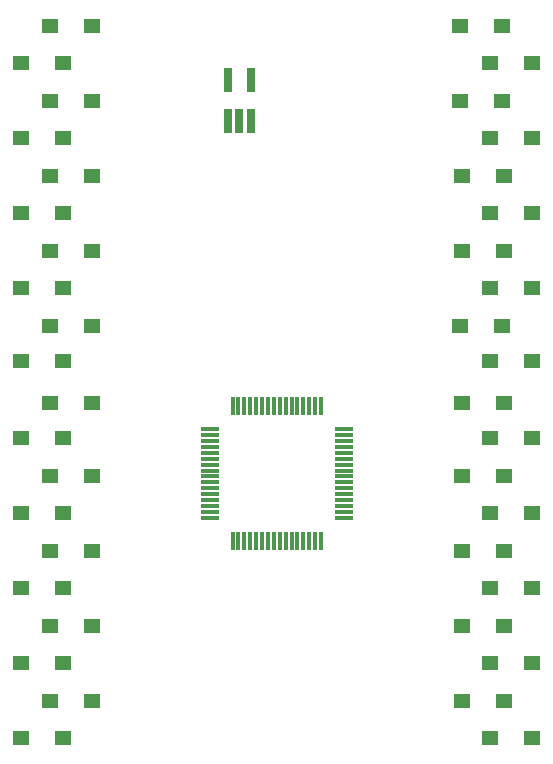
<source format=gbr>
%TF.GenerationSoftware,KiCad,Pcbnew,(7.0.0)*%
%TF.CreationDate,2024-04-29T17:21:40+02:00*%
%TF.ProjectId,LeSTMovoz revision,4c655354-4d6f-4766-9f7a-207265766973,rev?*%
%TF.SameCoordinates,Original*%
%TF.FileFunction,Paste,Top*%
%TF.FilePolarity,Positive*%
%FSLAX46Y46*%
G04 Gerber Fmt 4.6, Leading zero omitted, Abs format (unit mm)*
G04 Created by KiCad (PCBNEW (7.0.0)) date 2024-04-29 17:21:40*
%MOMM*%
%LPD*%
G01*
G04 APERTURE LIST*
G04 Aperture macros list*
%AMRoundRect*
0 Rectangle with rounded corners*
0 $1 Rounding radius*
0 $2 $3 $4 $5 $6 $7 $8 $9 X,Y pos of 4 corners*
0 Add a 4 corners polygon primitive as box body*
4,1,4,$2,$3,$4,$5,$6,$7,$8,$9,$2,$3,0*
0 Add four circle primitives for the rounded corners*
1,1,$1+$1,$2,$3*
1,1,$1+$1,$4,$5*
1,1,$1+$1,$6,$7*
1,1,$1+$1,$8,$9*
0 Add four rect primitives between the rounded corners*
20,1,$1+$1,$2,$3,$4,$5,0*
20,1,$1+$1,$4,$5,$6,$7,0*
20,1,$1+$1,$6,$7,$8,$9,0*
20,1,$1+$1,$8,$9,$2,$3,0*%
G04 Aperture macros list end*
%ADD10R,1.400000X1.300000*%
%ADD11R,0.650000X2.000000*%
%ADD12RoundRect,0.075000X0.075000X-0.700000X0.075000X0.700000X-0.075000X0.700000X-0.075000X-0.700000X0*%
%ADD13RoundRect,0.075000X0.700000X-0.075000X0.700000X0.075000X-0.700000X0.075000X-0.700000X-0.075000X0*%
G04 APERTURE END LIST*
D10*
%TO.C,D6*%
X160768749Y-31749999D03*
X164318749Y-31749999D03*
%TD*%
%TO.C,D4*%
X127187499Y-34924999D03*
X123637499Y-34924999D03*
%TD*%
%TO.C,D12*%
X129568749Y-50799999D03*
X126018749Y-50799999D03*
%TD*%
%TO.C,D3*%
X129568749Y-38099999D03*
X126018749Y-38099999D03*
%TD*%
%TO.C,D8*%
X160768749Y-38099999D03*
X164318749Y-38099999D03*
%TD*%
%TO.C,D16*%
X163324999Y-60124999D03*
X166874999Y-60124999D03*
%TD*%
%TO.C,D9*%
X163324999Y-41274999D03*
X166874999Y-41274999D03*
%TD*%
%TO.C,D24*%
X127187499Y-66674999D03*
X123637499Y-66674999D03*
%TD*%
%TO.C,D38*%
X163324999Y-85724999D03*
X166874999Y-85724999D03*
%TD*%
%TO.C,D29*%
X163324999Y-73024999D03*
X166874999Y-73024999D03*
%TD*%
%TO.C,D18*%
X163324999Y-53974999D03*
X166874999Y-53974999D03*
%TD*%
%TO.C,D7*%
X163324999Y-34924999D03*
X166874999Y-34924999D03*
%TD*%
%TO.C,D34*%
X129568749Y-88899999D03*
X126018749Y-88899999D03*
%TD*%
%TO.C,D20*%
X163324999Y-47624999D03*
X166874999Y-47624999D03*
%TD*%
%TO.C,D13*%
X127187499Y-53974999D03*
X123637499Y-53974999D03*
%TD*%
%TO.C,D15*%
X127187499Y-60124999D03*
X123637499Y-60124999D03*
%TD*%
%TO.C,D33*%
X127187499Y-85724999D03*
X123637499Y-85724999D03*
%TD*%
%TO.C,D10*%
X160943749Y-44449999D03*
X164493749Y-44449999D03*
%TD*%
%TO.C,D36*%
X163324999Y-92074999D03*
X166874999Y-92074999D03*
%TD*%
%TO.C,D19*%
X160943749Y-50799999D03*
X164493749Y-50799999D03*
%TD*%
%TO.C,D5*%
X129568749Y-31749999D03*
X126018749Y-31749999D03*
%TD*%
%TO.C,D23*%
X129568749Y-69849999D03*
X126018749Y-69849999D03*
%TD*%
%TO.C,D27*%
X163324999Y-66674999D03*
X166874999Y-66674999D03*
%TD*%
%TO.C,D2*%
X127187499Y-41274999D03*
X123637499Y-41274999D03*
%TD*%
%TO.C,D39*%
X160943749Y-82549999D03*
X164493749Y-82549999D03*
%TD*%
%TO.C,D17*%
X160768749Y-57149999D03*
X164318749Y-57149999D03*
%TD*%
%TO.C,D40*%
X163324999Y-79374999D03*
X166874999Y-79374999D03*
%TD*%
%TO.C,D1*%
X129568749Y-44449999D03*
X126018749Y-44449999D03*
%TD*%
%TO.C,D30*%
X160943749Y-76199999D03*
X164493749Y-76199999D03*
%TD*%
D11*
%TO.C,U3*%
X141131249Y-39809999D03*
X142081249Y-39809999D03*
X143031249Y-39809999D03*
X143031249Y-36389999D03*
X141131249Y-36389999D03*
%TD*%
D10*
%TO.C,D31*%
X127187499Y-79374999D03*
X123637499Y-79374999D03*
%TD*%
%TO.C,D28*%
X160943749Y-69849999D03*
X164493749Y-69849999D03*
%TD*%
%TO.C,D11*%
X127187499Y-47624999D03*
X123637499Y-47624999D03*
%TD*%
%TO.C,D37*%
X160943749Y-88899999D03*
X164493749Y-88899999D03*
%TD*%
%TO.C,D21*%
X129568749Y-76199999D03*
X126018749Y-76199999D03*
%TD*%
D12*
%TO.C,U1*%
X141506250Y-75343597D03*
X142006250Y-75343597D03*
X142506250Y-75343597D03*
X143006250Y-75343597D03*
X143506250Y-75343597D03*
X144006250Y-75343597D03*
X144506250Y-75343597D03*
X145006250Y-75343597D03*
X145506250Y-75343597D03*
X146006250Y-75343597D03*
X146506250Y-75343597D03*
X147006250Y-75343597D03*
X147506250Y-75343597D03*
X148006250Y-75343597D03*
X148506250Y-75343597D03*
X149006250Y-75343597D03*
D13*
X150931250Y-73418597D03*
X150931250Y-72918597D03*
X150931250Y-72418597D03*
X150931250Y-71918597D03*
X150931250Y-71418597D03*
X150931250Y-70918597D03*
X150931250Y-70418597D03*
X150931250Y-69918597D03*
X150931250Y-69418597D03*
X150931250Y-68918597D03*
X150931250Y-68418597D03*
X150931250Y-67918597D03*
X150931250Y-67418597D03*
X150931250Y-66918597D03*
X150931250Y-66418597D03*
X150931250Y-65918597D03*
D12*
X149006250Y-63993597D03*
X148506250Y-63993597D03*
X148006250Y-63993597D03*
X147506250Y-63993597D03*
X147006250Y-63993597D03*
X146506250Y-63993597D03*
X146006250Y-63993597D03*
X145506250Y-63993597D03*
X145006250Y-63993597D03*
X144506250Y-63993597D03*
X144006250Y-63993597D03*
X143506250Y-63993597D03*
X143006250Y-63993597D03*
X142506250Y-63993597D03*
X142006250Y-63993597D03*
X141506250Y-63993597D03*
D13*
X139581250Y-65918597D03*
X139581250Y-66418597D03*
X139581250Y-66918597D03*
X139581250Y-67418597D03*
X139581250Y-67918597D03*
X139581250Y-68418597D03*
X139581250Y-68918597D03*
X139581250Y-69418597D03*
X139581250Y-69918597D03*
X139581250Y-70418597D03*
X139581250Y-70918597D03*
X139581250Y-71418597D03*
X139581250Y-71918597D03*
X139581250Y-72418597D03*
X139581250Y-72918597D03*
X139581250Y-73418597D03*
%TD*%
D10*
%TO.C,D25*%
X129568749Y-63699999D03*
X126018749Y-63699999D03*
%TD*%
%TO.C,D22*%
X127187499Y-73024999D03*
X123637499Y-73024999D03*
%TD*%
%TO.C,D32*%
X129568749Y-82549999D03*
X126018749Y-82549999D03*
%TD*%
%TO.C,D14*%
X129568749Y-57149999D03*
X126018749Y-57149999D03*
%TD*%
%TO.C,D35*%
X127187499Y-92074999D03*
X123637499Y-92074999D03*
%TD*%
%TO.C,D26*%
X160943749Y-63699999D03*
X164493749Y-63699999D03*
%TD*%
M02*

</source>
